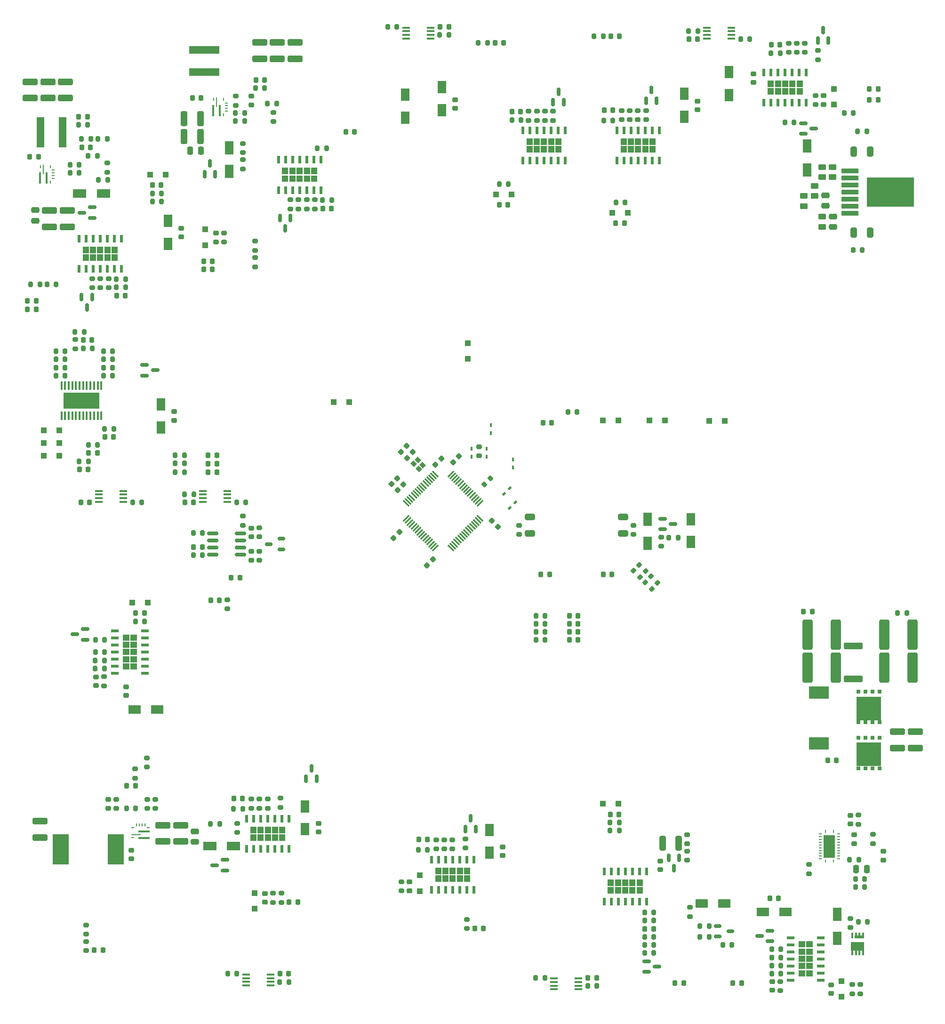
<source format=gbr>
%TF.GenerationSoftware,KiCad,Pcbnew,8.0.5*%
%TF.CreationDate,2025-01-18T20:32:25+01:00*%
%TF.ProjectId,FT25_PDU,46543235-5f50-4445-952e-6b696361645f,V1.2*%
%TF.SameCoordinates,Original*%
%TF.FileFunction,Paste,Top*%
%TF.FilePolarity,Positive*%
%FSLAX46Y46*%
G04 Gerber Fmt 4.6, Leading zero omitted, Abs format (unit mm)*
G04 Created by KiCad (PCBNEW 8.0.5) date 2025-01-18 20:32:25*
%MOMM*%
%LPD*%
G01*
G04 APERTURE LIST*
G04 Aperture macros list*
%AMRoundRect*
0 Rectangle with rounded corners*
0 $1 Rounding radius*
0 $2 $3 $4 $5 $6 $7 $8 $9 X,Y pos of 4 corners*
0 Add a 4 corners polygon primitive as box body*
4,1,4,$2,$3,$4,$5,$6,$7,$8,$9,$2,$3,0*
0 Add four circle primitives for the rounded corners*
1,1,$1+$1,$2,$3*
1,1,$1+$1,$4,$5*
1,1,$1+$1,$6,$7*
1,1,$1+$1,$8,$9*
0 Add four rect primitives between the rounded corners*
20,1,$1+$1,$2,$3,$4,$5,0*
20,1,$1+$1,$4,$5,$6,$7,0*
20,1,$1+$1,$6,$7,$8,$9,0*
20,1,$1+$1,$8,$9,$2,$3,0*%
%AMRotRect*
0 Rectangle, with rotation*
0 The origin of the aperture is its center*
0 $1 length*
0 $2 width*
0 $3 Rotation angle, in degrees counterclockwise*
0 Add horizontal line*
21,1,$1,$2,0,0,$3*%
G04 Aperture macros list end*
%ADD10C,0.000000*%
%ADD11RoundRect,0.200000X0.275000X-0.200000X0.275000X0.200000X-0.275000X0.200000X-0.275000X-0.200000X0*%
%ADD12RoundRect,0.200000X-0.275000X0.200000X-0.275000X-0.200000X0.275000X-0.200000X0.275000X0.200000X0*%
%ADD13RoundRect,0.250000X1.100000X-0.325000X1.100000X0.325000X-1.100000X0.325000X-1.100000X-0.325000X0*%
%ADD14R,0.507200X1.456100*%
%ADD15R,1.550000X2.200000*%
%ADD16RoundRect,0.200000X-0.200000X-0.275000X0.200000X-0.275000X0.200000X0.275000X-0.200000X0.275000X0*%
%ADD17RoundRect,0.150000X-0.150000X0.587500X-0.150000X-0.587500X0.150000X-0.587500X0.150000X0.587500X0*%
%ADD18RoundRect,0.150000X0.150000X-0.587500X0.150000X0.587500X-0.150000X0.587500X-0.150000X-0.587500X0*%
%ADD19RoundRect,0.250000X0.325000X1.100000X-0.325000X1.100000X-0.325000X-1.100000X0.325000X-1.100000X0*%
%ADD20RoundRect,0.218750X0.218750X0.256250X-0.218750X0.256250X-0.218750X-0.256250X0.218750X-0.256250X0*%
%ADD21R,0.420000X0.670000*%
%ADD22RoundRect,0.250000X0.300000X0.300000X-0.300000X0.300000X-0.300000X-0.300000X0.300000X-0.300000X0*%
%ADD23RoundRect,0.225000X-0.250000X0.225000X-0.250000X-0.225000X0.250000X-0.225000X0.250000X0.225000X0*%
%ADD24RoundRect,0.250000X-0.300000X0.300000X-0.300000X-0.300000X0.300000X-0.300000X0.300000X0.300000X0*%
%ADD25RoundRect,0.225000X0.225000X0.250000X-0.225000X0.250000X-0.225000X-0.250000X0.225000X-0.250000X0*%
%ADD26R,1.550000X2.350000*%
%ADD27RoundRect,0.250000X-0.650000X0.325000X-0.650000X-0.325000X0.650000X-0.325000X0.650000X0.325000X0*%
%ADD28RoundRect,0.225000X0.250000X-0.225000X0.250000X0.225000X-0.250000X0.225000X-0.250000X-0.225000X0*%
%ADD29RoundRect,0.225000X-0.225000X-0.250000X0.225000X-0.250000X0.225000X0.250000X-0.225000X0.250000X0*%
%ADD30RoundRect,0.200000X0.200000X0.275000X-0.200000X0.275000X-0.200000X-0.275000X0.200000X-0.275000X0*%
%ADD31R,2.200000X1.550000*%
%ADD32RoundRect,0.250000X-0.450000X0.262500X-0.450000X-0.262500X0.450000X-0.262500X0.450000X0.262500X0*%
%ADD33RoundRect,0.150000X0.587500X0.150000X-0.587500X0.150000X-0.587500X-0.150000X0.587500X-0.150000X0*%
%ADD34R,2.350000X1.550000*%
%ADD35RoundRect,0.150000X-0.587500X-0.150000X0.587500X-0.150000X0.587500X0.150000X-0.587500X0.150000X0*%
%ADD36RoundRect,0.150000X0.512500X0.150000X-0.512500X0.150000X-0.512500X-0.150000X0.512500X-0.150000X0*%
%ADD37RoundRect,0.250000X-0.475000X0.250000X-0.475000X-0.250000X0.475000X-0.250000X0.475000X0.250000X0*%
%ADD38RotRect,0.420000X0.670000X315.000000*%
%ADD39RoundRect,0.225000X0.017678X-0.335876X0.335876X-0.017678X-0.017678X0.335876X-0.335876X0.017678X0*%
%ADD40RoundRect,0.250000X0.450000X-0.262500X0.450000X0.262500X-0.450000X0.262500X-0.450000X-0.262500X0*%
%ADD41RoundRect,0.250000X-0.650000X-2.450000X0.650000X-2.450000X0.650000X2.450000X-0.650000X2.450000X0*%
%ADD42RoundRect,0.150000X-0.512500X-0.150000X0.512500X-0.150000X0.512500X0.150000X-0.512500X0.150000X0*%
%ADD43RoundRect,0.250000X0.300000X-0.300000X0.300000X0.300000X-0.300000X0.300000X-0.300000X-0.300000X0*%
%ADD44R,1.456100X0.507200*%
%ADD45RoundRect,0.250000X-0.325000X-0.650000X0.325000X-0.650000X0.325000X0.650000X-0.325000X0.650000X0*%
%ADD46R,0.600000X0.250000*%
%ADD47R,0.250000X0.600000*%
%ADD48R,0.250000X1.700000*%
%ADD49R,0.400000X2.100000*%
%ADD50RoundRect,0.200000X0.335876X0.053033X0.053033X0.335876X-0.335876X-0.053033X-0.053033X-0.335876X0*%
%ADD51RoundRect,0.250000X0.250000X0.475000X-0.250000X0.475000X-0.250000X-0.475000X0.250000X-0.475000X0*%
%ADD52R,1.475000X0.450000*%
%ADD53RoundRect,0.218750X-0.218750X-0.256250X0.218750X-0.256250X0.218750X0.256250X-0.218750X0.256250X0*%
%ADD54RoundRect,0.225000X-0.017678X0.335876X-0.335876X0.017678X0.017678X-0.335876X0.335876X-0.017678X0*%
%ADD55RoundRect,0.075000X-0.548008X0.441942X0.441942X-0.548008X0.548008X-0.441942X-0.441942X0.548008X0*%
%ADD56RoundRect,0.075000X-0.548008X-0.441942X-0.441942X-0.548008X0.548008X0.441942X0.441942X0.548008X0*%
%ADD57R,1.450000X5.500000*%
%ADD58R,0.381000X1.016000*%
%ADD59R,2.360000X1.522000*%
%ADD60R,1.701800X0.611400*%
%ADD61RoundRect,0.250000X-1.100000X0.325000X-1.100000X-0.325000X1.100000X-0.325000X1.100000X0.325000X0*%
%ADD62RoundRect,0.225000X0.335876X0.017678X0.017678X0.335876X-0.335876X-0.017678X-0.017678X-0.335876X0*%
%ADD63R,0.675000X0.750000*%
%ADD64R,0.675000X0.655000*%
%ADD65R,0.655000X0.675000*%
%ADD66R,4.510000X4.295000*%
%ADD67RoundRect,0.250000X1.425000X-0.362500X1.425000X0.362500X-1.425000X0.362500X-1.425000X-0.362500X0*%
%ADD68RotRect,0.875000X0.775000X135.000000*%
%ADD69RoundRect,0.250000X0.475000X-0.250000X0.475000X0.250000X-0.475000X0.250000X-0.475000X-0.250000X0*%
%ADD70R,0.450000X1.525000*%
%ADD71R,6.500000X2.870000*%
%ADD72RoundRect,0.250000X0.312500X1.075000X-0.312500X1.075000X-0.312500X-1.075000X0.312500X-1.075000X0*%
%ADD73R,2.900000X5.400000*%
%ADD74R,3.060000X0.890000*%
%ADD75R,8.540000X5.350000*%
%ADD76R,1.700000X0.250000*%
%ADD77R,2.100000X0.400000*%
%ADD78R,5.500000X1.450000*%
%ADD79R,3.600000X2.300000*%
%ADD80RoundRect,0.250000X-0.250000X-0.475000X0.250000X-0.475000X0.250000X0.475000X-0.250000X0.475000X0*%
%ADD81R,2.100000X4.100000*%
%ADD82RoundRect,0.150000X-0.825000X-0.150000X0.825000X-0.150000X0.825000X0.150000X-0.825000X0.150000X0*%
%ADD83RoundRect,0.225000X-0.335876X-0.017678X-0.017678X-0.335876X0.335876X0.017678X0.017678X0.335876X0*%
%ADD84RoundRect,0.250000X-0.300000X-0.300000X0.300000X-0.300000X0.300000X0.300000X-0.300000X0.300000X0*%
%ADD85RoundRect,0.250000X0.650000X2.450000X-0.650000X2.450000X-0.650000X-2.450000X0.650000X-2.450000X0*%
%ADD86RoundRect,0.200000X-0.053033X0.335876X-0.335876X0.053033X0.053033X-0.335876X0.335876X-0.053033X0*%
G04 APERTURE END LIST*
D10*
%TO.C,IC2*%
G36*
X160968280Y-83549799D02*
G01*
X159867800Y-83549799D01*
X159867800Y-82378199D01*
X160968280Y-82378199D01*
X160968280Y-83549799D01*
G37*
G36*
X160968280Y-84921399D02*
G01*
X159867800Y-84921399D01*
X159867800Y-83749799D01*
X160968280Y-83749799D01*
X160968280Y-84921399D01*
G37*
G36*
X162268760Y-83549799D02*
G01*
X161168280Y-83549799D01*
X161168280Y-82378199D01*
X162268760Y-82378199D01*
X162268760Y-83549799D01*
G37*
G36*
X162268760Y-84921399D02*
G01*
X161168280Y-84921399D01*
X161168280Y-83749799D01*
X162268760Y-83749799D01*
X162268760Y-84921399D01*
G37*
G36*
X163569240Y-83549799D02*
G01*
X162468760Y-83549799D01*
X162468760Y-82378199D01*
X163569240Y-82378199D01*
X163569240Y-83549799D01*
G37*
G36*
X163569240Y-84921399D02*
G01*
X162468760Y-84921399D01*
X162468760Y-83749799D01*
X163569240Y-83749799D01*
X163569240Y-84921399D01*
G37*
G36*
X164869720Y-83549799D02*
G01*
X163769240Y-83549799D01*
X163769240Y-82378199D01*
X164869720Y-82378199D01*
X164869720Y-83549799D01*
G37*
G36*
X164869720Y-84921399D02*
G01*
X163769240Y-84921399D01*
X163769240Y-83749799D01*
X164869720Y-83749799D01*
X164869720Y-84921399D01*
G37*
G36*
X166170200Y-83549799D02*
G01*
X165069720Y-83549799D01*
X165069720Y-82378199D01*
X166170200Y-82378199D01*
X166170200Y-83549799D01*
G37*
G36*
X166170200Y-84921399D02*
G01*
X165069720Y-84921399D01*
X165069720Y-83749799D01*
X166170200Y-83749799D01*
X166170200Y-84921399D01*
G37*
%TO.C,IC3*%
G36*
X221850280Y-78260200D02*
G01*
X220749800Y-78260200D01*
X220749800Y-77088600D01*
X221850280Y-77088600D01*
X221850280Y-78260200D01*
G37*
G36*
X221850280Y-79631800D02*
G01*
X220749800Y-79631800D01*
X220749800Y-78460200D01*
X221850280Y-78460200D01*
X221850280Y-79631800D01*
G37*
G36*
X223150760Y-78260200D02*
G01*
X222050280Y-78260200D01*
X222050280Y-77088600D01*
X223150760Y-77088600D01*
X223150760Y-78260200D01*
G37*
G36*
X223150760Y-79631800D02*
G01*
X222050280Y-79631800D01*
X222050280Y-78460200D01*
X223150760Y-78460200D01*
X223150760Y-79631800D01*
G37*
G36*
X224451240Y-78260200D02*
G01*
X223350760Y-78260200D01*
X223350760Y-77088600D01*
X224451240Y-77088600D01*
X224451240Y-78260200D01*
G37*
G36*
X224451240Y-79631800D02*
G01*
X223350760Y-79631800D01*
X223350760Y-78460200D01*
X224451240Y-78460200D01*
X224451240Y-79631800D01*
G37*
G36*
X225751720Y-78260200D02*
G01*
X224651240Y-78260200D01*
X224651240Y-77088600D01*
X225751720Y-77088600D01*
X225751720Y-78260200D01*
G37*
G36*
X225751720Y-79631800D02*
G01*
X224651240Y-79631800D01*
X224651240Y-78460200D01*
X225751720Y-78460200D01*
X225751720Y-79631800D01*
G37*
G36*
X227052200Y-78260200D02*
G01*
X225951720Y-78260200D01*
X225951720Y-77088600D01*
X227052200Y-77088600D01*
X227052200Y-78260200D01*
G37*
G36*
X227052200Y-79631800D02*
G01*
X225951720Y-79631800D01*
X225951720Y-78460200D01*
X227052200Y-78460200D01*
X227052200Y-79631800D01*
G37*
%TO.C,IC6*%
G36*
X155250280Y-202070200D02*
G01*
X154149800Y-202070200D01*
X154149800Y-200898600D01*
X155250280Y-200898600D01*
X155250280Y-202070200D01*
G37*
G36*
X155250280Y-203441800D02*
G01*
X154149800Y-203441800D01*
X154149800Y-202270200D01*
X155250280Y-202270200D01*
X155250280Y-203441800D01*
G37*
G36*
X156550760Y-202070200D02*
G01*
X155450280Y-202070200D01*
X155450280Y-200898600D01*
X156550760Y-200898600D01*
X156550760Y-202070200D01*
G37*
G36*
X156550760Y-203441800D02*
G01*
X155450280Y-203441800D01*
X155450280Y-202270200D01*
X156550760Y-202270200D01*
X156550760Y-203441800D01*
G37*
G36*
X157851240Y-202070200D02*
G01*
X156750760Y-202070200D01*
X156750760Y-200898600D01*
X157851240Y-200898600D01*
X157851240Y-202070200D01*
G37*
G36*
X157851240Y-203441800D02*
G01*
X156750760Y-203441800D01*
X156750760Y-202270200D01*
X157851240Y-202270200D01*
X157851240Y-203441800D01*
G37*
G36*
X159151720Y-202070200D02*
G01*
X158051240Y-202070200D01*
X158051240Y-200898600D01*
X159151720Y-200898600D01*
X159151720Y-202070200D01*
G37*
G36*
X159151720Y-203441800D02*
G01*
X158051240Y-203441800D01*
X158051240Y-202270200D01*
X159151720Y-202270200D01*
X159151720Y-203441800D01*
G37*
G36*
X160452200Y-202070200D02*
G01*
X159351720Y-202070200D01*
X159351720Y-200898600D01*
X160452200Y-200898600D01*
X160452200Y-202070200D01*
G37*
G36*
X160452200Y-203441800D02*
G01*
X159351720Y-203441800D01*
X159351720Y-202270200D01*
X160452200Y-202270200D01*
X160452200Y-203441800D01*
G37*
%TO.C,IC8*%
G36*
X132400201Y-167408280D02*
G01*
X131228601Y-167408280D01*
X131228601Y-166307800D01*
X132400201Y-166307800D01*
X132400201Y-167408280D01*
G37*
G36*
X132400201Y-168708760D02*
G01*
X131228601Y-168708760D01*
X131228601Y-167608280D01*
X132400201Y-167608280D01*
X132400201Y-168708760D01*
G37*
G36*
X132400201Y-170009240D02*
G01*
X131228601Y-170009240D01*
X131228601Y-168908760D01*
X132400201Y-168908760D01*
X132400201Y-170009240D01*
G37*
G36*
X132400201Y-171309720D02*
G01*
X131228601Y-171309720D01*
X131228601Y-170209240D01*
X132400201Y-170209240D01*
X132400201Y-171309720D01*
G37*
G36*
X132400201Y-172610200D02*
G01*
X131228601Y-172610200D01*
X131228601Y-171509720D01*
X132400201Y-171509720D01*
X132400201Y-172610200D01*
G37*
G36*
X133771801Y-167408280D02*
G01*
X132600201Y-167408280D01*
X132600201Y-166307800D01*
X133771801Y-166307800D01*
X133771801Y-167408280D01*
G37*
G36*
X133771801Y-168708760D02*
G01*
X132600201Y-168708760D01*
X132600201Y-167608280D01*
X133771801Y-167608280D01*
X133771801Y-168708760D01*
G37*
G36*
X133771801Y-170009240D02*
G01*
X132600201Y-170009240D01*
X132600201Y-168908760D01*
X133771801Y-168908760D01*
X133771801Y-170009240D01*
G37*
G36*
X133771801Y-171309720D02*
G01*
X132600201Y-171309720D01*
X132600201Y-170209240D01*
X133771801Y-170209240D01*
X133771801Y-171309720D01*
G37*
G36*
X133771801Y-172610200D02*
G01*
X132600201Y-172610200D01*
X132600201Y-171509720D01*
X133771801Y-171509720D01*
X133771801Y-172610200D01*
G37*
%TO.C,IC5*%
G36*
X188490280Y-209410201D02*
G01*
X187389800Y-209410201D01*
X187389800Y-208238601D01*
X188490280Y-208238601D01*
X188490280Y-209410201D01*
G37*
G36*
X188490280Y-210781801D02*
G01*
X187389800Y-210781801D01*
X187389800Y-209610201D01*
X188490280Y-209610201D01*
X188490280Y-210781801D01*
G37*
G36*
X189790760Y-209410201D02*
G01*
X188690280Y-209410201D01*
X188690280Y-208238601D01*
X189790760Y-208238601D01*
X189790760Y-209410201D01*
G37*
G36*
X189790760Y-210781801D02*
G01*
X188690280Y-210781801D01*
X188690280Y-209610201D01*
X189790760Y-209610201D01*
X189790760Y-210781801D01*
G37*
G36*
X191091240Y-209410201D02*
G01*
X189990760Y-209410201D01*
X189990760Y-208238601D01*
X191091240Y-208238601D01*
X191091240Y-209410201D01*
G37*
G36*
X191091240Y-210781801D02*
G01*
X189990760Y-210781801D01*
X189990760Y-209610201D01*
X191091240Y-209610201D01*
X191091240Y-210781801D01*
G37*
G36*
X192391720Y-209410201D02*
G01*
X191291240Y-209410201D01*
X191291240Y-208238601D01*
X192391720Y-208238601D01*
X192391720Y-209410201D01*
G37*
G36*
X192391720Y-210781801D02*
G01*
X191291240Y-210781801D01*
X191291240Y-209610201D01*
X192391720Y-209610201D01*
X192391720Y-210781801D01*
G37*
G36*
X193692200Y-209410201D02*
G01*
X192591720Y-209410201D01*
X192591720Y-208238601D01*
X193692200Y-208238601D01*
X193692200Y-209410201D01*
G37*
G36*
X193692200Y-210781801D02*
G01*
X192591720Y-210781801D01*
X192591720Y-209610201D01*
X193692200Y-209610201D01*
X193692200Y-210781801D01*
G37*
%TO.C,IC10*%
G36*
X219548281Y-211509799D02*
G01*
X218447801Y-211509799D01*
X218447801Y-210338199D01*
X219548281Y-210338199D01*
X219548281Y-211509799D01*
G37*
G36*
X219548281Y-212881399D02*
G01*
X218447801Y-212881399D01*
X218447801Y-211709799D01*
X219548281Y-211709799D01*
X219548281Y-212881399D01*
G37*
G36*
X220848761Y-211509799D02*
G01*
X219748281Y-211509799D01*
X219748281Y-210338199D01*
X220848761Y-210338199D01*
X220848761Y-211509799D01*
G37*
G36*
X220848761Y-212881399D02*
G01*
X219748281Y-212881399D01*
X219748281Y-211709799D01*
X220848761Y-211709799D01*
X220848761Y-212881399D01*
G37*
G36*
X222149241Y-211509799D02*
G01*
X221048761Y-211509799D01*
X221048761Y-210338199D01*
X222149241Y-210338199D01*
X222149241Y-211509799D01*
G37*
G36*
X222149241Y-212881399D02*
G01*
X221048761Y-212881399D01*
X221048761Y-211709799D01*
X222149241Y-211709799D01*
X222149241Y-212881399D01*
G37*
G36*
X223449721Y-211509799D02*
G01*
X222349241Y-211509799D01*
X222349241Y-210338199D01*
X223449721Y-210338199D01*
X223449721Y-211509799D01*
G37*
G36*
X223449721Y-212881399D02*
G01*
X222349241Y-212881399D01*
X222349241Y-211709799D01*
X223449721Y-211709799D01*
X223449721Y-212881399D01*
G37*
G36*
X224750201Y-211509799D02*
G01*
X223649721Y-211509799D01*
X223649721Y-210338199D01*
X224750201Y-210338199D01*
X224750201Y-211509799D01*
G37*
G36*
X224750201Y-212881399D02*
G01*
X223649721Y-212881399D01*
X223649721Y-211709799D01*
X224750201Y-211709799D01*
X224750201Y-212881399D01*
G37*
%TO.C,IC7*%
G36*
X125078280Y-97749799D02*
G01*
X123977800Y-97749799D01*
X123977800Y-96578199D01*
X125078280Y-96578199D01*
X125078280Y-97749799D01*
G37*
G36*
X125078280Y-99121399D02*
G01*
X123977800Y-99121399D01*
X123977800Y-97949799D01*
X125078280Y-97949799D01*
X125078280Y-99121399D01*
G37*
G36*
X126378760Y-97749799D02*
G01*
X125278280Y-97749799D01*
X125278280Y-96578199D01*
X126378760Y-96578199D01*
X126378760Y-97749799D01*
G37*
G36*
X126378760Y-99121399D02*
G01*
X125278280Y-99121399D01*
X125278280Y-97949799D01*
X126378760Y-97949799D01*
X126378760Y-99121399D01*
G37*
G36*
X127679240Y-97749799D02*
G01*
X126578760Y-97749799D01*
X126578760Y-96578199D01*
X127679240Y-96578199D01*
X127679240Y-97749799D01*
G37*
G36*
X127679240Y-99121399D02*
G01*
X126578760Y-99121399D01*
X126578760Y-97949799D01*
X127679240Y-97949799D01*
X127679240Y-99121399D01*
G37*
G36*
X128979720Y-97749799D02*
G01*
X127879240Y-97749799D01*
X127879240Y-96578199D01*
X128979720Y-96578199D01*
X128979720Y-97749799D01*
G37*
G36*
X128979720Y-99121399D02*
G01*
X127879240Y-99121399D01*
X127879240Y-97949799D01*
X128979720Y-97949799D01*
X128979720Y-99121399D01*
G37*
G36*
X130280200Y-97749799D02*
G01*
X129179720Y-97749799D01*
X129179720Y-96578199D01*
X130280200Y-96578199D01*
X130280200Y-97749799D01*
G37*
G36*
X130280200Y-99121399D02*
G01*
X129179720Y-99121399D01*
X129179720Y-97949799D01*
X130280200Y-97949799D01*
X130280200Y-99121399D01*
G37*
%TO.C,IC4*%
G36*
X248320280Y-67840200D02*
G01*
X247219800Y-67840200D01*
X247219800Y-66668600D01*
X248320280Y-66668600D01*
X248320280Y-67840200D01*
G37*
G36*
X248320280Y-69211800D02*
G01*
X247219800Y-69211800D01*
X247219800Y-68040200D01*
X248320280Y-68040200D01*
X248320280Y-69211800D01*
G37*
G36*
X249620760Y-67840200D02*
G01*
X248520280Y-67840200D01*
X248520280Y-66668600D01*
X249620760Y-66668600D01*
X249620760Y-67840200D01*
G37*
G36*
X249620760Y-69211800D02*
G01*
X248520280Y-69211800D01*
X248520280Y-68040200D01*
X249620760Y-68040200D01*
X249620760Y-69211800D01*
G37*
G36*
X250921240Y-67840200D02*
G01*
X249820760Y-67840200D01*
X249820760Y-66668600D01*
X250921240Y-66668600D01*
X250921240Y-67840200D01*
G37*
G36*
X250921240Y-69211800D02*
G01*
X249820760Y-69211800D01*
X249820760Y-68040200D01*
X250921240Y-68040200D01*
X250921240Y-69211800D01*
G37*
G36*
X252221720Y-67840200D02*
G01*
X251121240Y-67840200D01*
X251121240Y-66668600D01*
X252221720Y-66668600D01*
X252221720Y-67840200D01*
G37*
G36*
X252221720Y-69211800D02*
G01*
X251121240Y-69211800D01*
X251121240Y-68040200D01*
X252221720Y-68040200D01*
X252221720Y-69211800D01*
G37*
G36*
X253522200Y-67840200D02*
G01*
X252421720Y-67840200D01*
X252421720Y-66668600D01*
X253522200Y-66668600D01*
X253522200Y-67840200D01*
G37*
G36*
X253522200Y-69211800D02*
G01*
X252421720Y-69211800D01*
X252421720Y-68040200D01*
X253522200Y-68040200D01*
X253522200Y-69211800D01*
G37*
%TO.C,IC11*%
G36*
X204919420Y-78252542D02*
G01*
X203818940Y-78252542D01*
X203818940Y-77080942D01*
X204919420Y-77080942D01*
X204919420Y-78252542D01*
G37*
G36*
X204919420Y-79624142D02*
G01*
X203818940Y-79624142D01*
X203818940Y-78452542D01*
X204919420Y-78452542D01*
X204919420Y-79624142D01*
G37*
G36*
X206219900Y-78252542D02*
G01*
X205119420Y-78252542D01*
X205119420Y-77080942D01*
X206219900Y-77080942D01*
X206219900Y-78252542D01*
G37*
G36*
X206219900Y-79624142D02*
G01*
X205119420Y-79624142D01*
X205119420Y-78452542D01*
X206219900Y-78452542D01*
X206219900Y-79624142D01*
G37*
G36*
X207520380Y-78252542D02*
G01*
X206419900Y-78252542D01*
X206419900Y-77080942D01*
X207520380Y-77080942D01*
X207520380Y-78252542D01*
G37*
G36*
X207520380Y-79624142D02*
G01*
X206419900Y-79624142D01*
X206419900Y-78452542D01*
X207520380Y-78452542D01*
X207520380Y-79624142D01*
G37*
G36*
X208820860Y-78252542D02*
G01*
X207720380Y-78252542D01*
X207720380Y-77080942D01*
X208820860Y-77080942D01*
X208820860Y-78252542D01*
G37*
G36*
X208820860Y-79624142D02*
G01*
X207720380Y-79624142D01*
X207720380Y-78452542D01*
X208820860Y-78452542D01*
X208820860Y-79624142D01*
G37*
G36*
X210121340Y-78252542D02*
G01*
X209020860Y-78252542D01*
X209020860Y-77080942D01*
X210121340Y-77080942D01*
X210121340Y-78252542D01*
G37*
G36*
X210121340Y-79624142D02*
G01*
X209020860Y-79624142D01*
X209020860Y-78452542D01*
X210121340Y-78452542D01*
X210121340Y-79624142D01*
G37*
%TO.C,IC1*%
G36*
X253980201Y-222588280D02*
G01*
X252808601Y-222588280D01*
X252808601Y-221487800D01*
X253980201Y-221487800D01*
X253980201Y-222588280D01*
G37*
G36*
X253980201Y-223888760D02*
G01*
X252808601Y-223888760D01*
X252808601Y-222788280D01*
X253980201Y-222788280D01*
X253980201Y-223888760D01*
G37*
G36*
X253980201Y-225189240D02*
G01*
X252808601Y-225189240D01*
X252808601Y-224088760D01*
X253980201Y-224088760D01*
X253980201Y-225189240D01*
G37*
G36*
X253980201Y-226489720D02*
G01*
X252808601Y-226489720D01*
X252808601Y-225389240D01*
X253980201Y-225389240D01*
X253980201Y-226489720D01*
G37*
G36*
X253980201Y-227790200D02*
G01*
X252808601Y-227790200D01*
X252808601Y-226689720D01*
X253980201Y-226689720D01*
X253980201Y-227790200D01*
G37*
G36*
X255351801Y-222588280D02*
G01*
X254180201Y-222588280D01*
X254180201Y-221487800D01*
X255351801Y-221487800D01*
X255351801Y-222588280D01*
G37*
G36*
X255351801Y-223888760D02*
G01*
X254180201Y-223888760D01*
X254180201Y-222788280D01*
X255351801Y-222788280D01*
X255351801Y-223888760D01*
G37*
G36*
X255351801Y-225189240D02*
G01*
X254180201Y-225189240D01*
X254180201Y-224088760D01*
X255351801Y-224088760D01*
X255351801Y-225189240D01*
G37*
G36*
X255351801Y-226489720D02*
G01*
X254180201Y-226489720D01*
X254180201Y-225389240D01*
X255351801Y-225389240D01*
X255351801Y-226489720D01*
G37*
G36*
X255351801Y-227790200D02*
G01*
X254180201Y-227790200D01*
X254180201Y-226689720D01*
X255351801Y-226689720D01*
X255351801Y-227790200D01*
G37*
%TD*%
D11*
%TO.C,R38*%
X161375000Y-89780000D03*
X161375000Y-88130000D03*
%TD*%
D12*
%TO.C,R75*%
X128645000Y-102310000D03*
X128645000Y-103960000D03*
%TD*%
D13*
%TO.C,C87*%
X162225000Y-62750000D03*
X162225000Y-59800000D03*
%TD*%
D14*
%TO.C,IC2*%
X159209000Y-86371749D03*
X160479000Y-86371749D03*
X161749000Y-86371749D03*
X163019000Y-86371749D03*
X164289000Y-86371749D03*
X165559000Y-86371749D03*
X166829000Y-86371749D03*
X166829000Y-80927849D03*
X165559000Y-80927849D03*
X164289000Y-80927849D03*
X163019000Y-80927849D03*
X161749000Y-80927849D03*
X160479000Y-80927849D03*
X159209000Y-80927849D03*
%TD*%
D15*
%TO.C,D35*%
X139345000Y-91945000D03*
X139345000Y-96045000D03*
%TD*%
D16*
%TO.C,R171*%
X121730000Y-83275000D03*
X123380000Y-83275000D03*
%TD*%
D17*
%TO.C,D36*%
X125700000Y-105597500D03*
X123800000Y-105597500D03*
X124750000Y-107472500D03*
%TD*%
D18*
%TO.C,D32*%
X164190000Y-192252498D03*
X166090000Y-192252498D03*
X165140000Y-190377498D03*
%TD*%
D11*
%TO.C,R132*%
X135615001Y-197600000D03*
X135615001Y-195950000D03*
%TD*%
D16*
%TO.C,R157*%
X155090000Y-68065000D03*
X156740000Y-68065000D03*
%TD*%
D19*
%TO.C,C81*%
X145160000Y-76725000D03*
X142210000Y-76725000D03*
%TD*%
D12*
%TO.C,R128*%
X135545001Y-188490000D03*
X135545001Y-190140000D03*
%TD*%
D20*
%TO.C,D66*%
X267082500Y-70155000D03*
X265507500Y-70155000D03*
%TD*%
D16*
%TO.C,R172*%
X126760000Y-77225000D03*
X128410000Y-77225000D03*
%TD*%
D21*
%TO.C,D2*%
X193990000Y-132900000D03*
X193990000Y-134350000D03*
%TD*%
D22*
%TO.C,D70*%
X220339999Y-127854999D03*
X217540001Y-127854999D03*
%TD*%
D16*
%TO.C,R131*%
X146980000Y-200415000D03*
X148630000Y-200415000D03*
%TD*%
D12*
%TO.C,R92*%
X254645000Y-207690000D03*
X254645000Y-209340000D03*
%TD*%
D16*
%TO.C,R139*%
X263380001Y-75855000D03*
X265030001Y-75855000D03*
%TD*%
D23*
%TO.C,C37*%
X156795000Y-212900001D03*
X156795000Y-214450001D03*
%TD*%
D16*
%TO.C,R20*%
X119180477Y-118297452D03*
X120830477Y-118297452D03*
%TD*%
D13*
%TO.C,C67*%
X138414747Y-203538428D03*
X138414747Y-200588428D03*
%TD*%
D24*
%TO.C,D17*%
X146065000Y-93480000D03*
X146065000Y-96280000D03*
%TD*%
D25*
%TO.C,C35*%
X185980000Y-203145000D03*
X184430000Y-203145000D03*
%TD*%
D16*
%TO.C,R111*%
X225100000Y-220675000D03*
X226750000Y-220675000D03*
%TD*%
D11*
%TO.C,R151*%
X154995000Y-100190000D03*
X154995000Y-98540000D03*
%TD*%
D16*
%TO.C,R31*%
X247950000Y-222935000D03*
X249600000Y-222935000D03*
%TD*%
D20*
%TO.C,D7*%
X213122500Y-167295000D03*
X211547500Y-167295000D03*
%TD*%
D26*
%TO.C,D65*%
X254335000Y-82740000D03*
X254335000Y-78440000D03*
%TD*%
D27*
%TO.C,C60*%
X221205000Y-145200000D03*
X221205000Y-148150000D03*
%TD*%
D11*
%TO.C,R55*%
X251015000Y-61619999D03*
X251015000Y-59969999D03*
%TD*%
D25*
%TO.C,C59*%
X125210000Y-142575000D03*
X123660000Y-142575000D03*
%TD*%
D16*
%TO.C,R28*%
X188233000Y-58485000D03*
X189883000Y-58485000D03*
%TD*%
D28*
%TO.C,C36*%
X166425000Y-201809999D03*
X166425000Y-200259999D03*
%TD*%
D12*
%TO.C,R117*%
X202525000Y-146680000D03*
X202525000Y-148330000D03*
%TD*%
D29*
%TO.C,C40*%
X136560000Y-85505000D03*
X138110000Y-85505000D03*
%TD*%
D30*
%TO.C,R58*%
X249460001Y-61734999D03*
X247810001Y-61734999D03*
%TD*%
D14*
%TO.C,IC3*%
X227711000Y-75638250D03*
X226441000Y-75638250D03*
X225171000Y-75638250D03*
X223901000Y-75638250D03*
X222631000Y-75638250D03*
X221361000Y-75638250D03*
X220091000Y-75638250D03*
X220091000Y-81082150D03*
X221361000Y-81082150D03*
X222631000Y-81082150D03*
X223901000Y-81082150D03*
X225171000Y-81082150D03*
X226441000Y-81082150D03*
X227711000Y-81082150D03*
%TD*%
D15*
%TO.C,D15*%
X182037559Y-69250000D03*
X182037559Y-73350000D03*
%TD*%
D12*
%TO.C,R129*%
X133455000Y-190480000D03*
X133455000Y-192130000D03*
%TD*%
D30*
%TO.C,R34*%
X249600000Y-227315000D03*
X247950000Y-227315000D03*
%TD*%
D16*
%TO.C,R142*%
X123350000Y-135165000D03*
X125000000Y-135165000D03*
%TD*%
%TO.C,R159*%
X151470000Y-72545000D03*
X153120000Y-72545000D03*
%TD*%
D30*
%TO.C,R50*%
X221580000Y-88595000D03*
X219930000Y-88595000D03*
%TD*%
D31*
%TO.C,D11*%
X246345000Y-216165000D03*
X250445000Y-216165000D03*
%TD*%
D32*
%TO.C,R135*%
X258905000Y-82229354D03*
X258905000Y-84054354D03*
%TD*%
D21*
%TO.C,D6*%
X201440000Y-136320000D03*
X201440000Y-134870000D03*
%TD*%
D30*
%TO.C,R94*%
X264690000Y-211725000D03*
X263040000Y-211725000D03*
%TD*%
D16*
%TO.C,R80*%
X126280000Y-167245000D03*
X127930000Y-167245000D03*
%TD*%
%TO.C,R124*%
X195170001Y-59895000D03*
X196820001Y-59895000D03*
%TD*%
D29*
%TO.C,C58*%
X124113529Y-113339864D03*
X125663529Y-113339864D03*
%TD*%
D11*
%TO.C,R3*%
X152815001Y-146670000D03*
X152815001Y-145020000D03*
%TD*%
D30*
%TO.C,R22*%
X143967000Y-141115000D03*
X142317000Y-141115000D03*
%TD*%
%TO.C,R91*%
X264690000Y-210265000D03*
X263040000Y-210265000D03*
%TD*%
D12*
%TO.C,R40*%
X164295000Y-88130000D03*
X164295000Y-89780000D03*
%TD*%
D33*
%TO.C,D12*%
X247652500Y-221450000D03*
X247652500Y-219550000D03*
X245777500Y-220500000D03*
%TD*%
D22*
%TO.C,D77*%
X171929999Y-124525000D03*
X169130001Y-124525000D03*
%TD*%
D34*
%TO.C,D63*%
X146840000Y-204365000D03*
X151140000Y-204365000D03*
%TD*%
D11*
%TO.C,R133*%
X137075000Y-197600000D03*
X137075000Y-195950000D03*
%TD*%
D12*
%TO.C,R120*%
X208614140Y-72222341D03*
X208614140Y-73872341D03*
%TD*%
D11*
%TO.C,R67*%
X157265000Y-197550000D03*
X157265000Y-195900000D03*
%TD*%
D22*
%TO.C,D48*%
X119750000Y-131855000D03*
X116950000Y-131855000D03*
%TD*%
D16*
%TO.C,R16*%
X205530000Y-164375000D03*
X207180000Y-164375000D03*
%TD*%
D12*
%TO.C,R39*%
X162835000Y-88130000D03*
X162835000Y-89780000D03*
%TD*%
D16*
%TO.C,R14*%
X205530000Y-167295000D03*
X207180000Y-167295000D03*
%TD*%
D34*
%TO.C,D72*%
X123429999Y-87035000D03*
X127730001Y-87035000D03*
%TD*%
D29*
%TO.C,C70*%
X131930000Y-193525000D03*
X133480000Y-193525000D03*
%TD*%
D15*
%TO.C,D27*%
X197145000Y-201465001D03*
X197145000Y-205565001D03*
%TD*%
D12*
%TO.C,R35*%
X263865000Y-229250000D03*
X263865000Y-230900000D03*
%TD*%
D25*
%TO.C,C57*%
X226700000Y-219215000D03*
X225150000Y-219215000D03*
%TD*%
%TO.C,C79*%
X145280000Y-69785000D03*
X143730000Y-69785000D03*
%TD*%
D17*
%TO.C,D16*%
X161350000Y-91417499D03*
X159450000Y-91417499D03*
X160400000Y-93292499D03*
%TD*%
D35*
%TO.C,Q4*%
X253607500Y-74350000D03*
X253607500Y-76250000D03*
X255482500Y-75300000D03*
%TD*%
D36*
%TO.C,D1*%
X159722500Y-150999999D03*
X159722500Y-149100001D03*
X157447500Y-150050000D03*
%TD*%
D16*
%TO.C,R49*%
X215980000Y-58685000D03*
X217630000Y-58685000D03*
%TD*%
D29*
%TO.C,C45*%
X258040000Y-188985000D03*
X259590000Y-188985000D03*
%TD*%
D22*
%TO.C,D49*%
X119750000Y-134155000D03*
X116950000Y-134155000D03*
%TD*%
D20*
%TO.C,D54*%
X232142500Y-228995000D03*
X230567500Y-228995000D03*
%TD*%
D23*
%TO.C,C46*%
X262115000Y-198820000D03*
X262115000Y-200370000D03*
%TD*%
D29*
%TO.C,C95*%
X123850000Y-78685000D03*
X125400000Y-78685000D03*
%TD*%
D22*
%TO.C,D47*%
X119750000Y-129555000D03*
X116950000Y-129555000D03*
%TD*%
D30*
%TO.C,R83*%
X127910000Y-172475000D03*
X126260000Y-172475000D03*
%TD*%
D11*
%TO.C,R152*%
X158275000Y-74080000D03*
X158275000Y-72430000D03*
%TD*%
D37*
%TO.C,C94*%
X115465000Y-89995000D03*
X115465000Y-91895000D03*
%TD*%
D30*
%TO.C,R145*%
X129370000Y-118294999D03*
X127720000Y-118294999D03*
%TD*%
D11*
%TO.C,R170*%
X128414999Y-83170000D03*
X128414999Y-81520000D03*
%TD*%
D12*
%TO.C,R41*%
X165755000Y-88130000D03*
X165755000Y-89780000D03*
%TD*%
D38*
%TO.C,D4*%
X201864177Y-142573102D03*
X200838873Y-143598406D03*
%TD*%
D39*
%TO.C,C6*%
X179932703Y-148977800D03*
X181028719Y-147881784D03*
%TD*%
D12*
%TO.C,R116*%
X223115000Y-146670000D03*
X223115000Y-148320000D03*
%TD*%
D14*
%TO.C,IC6*%
X161111000Y-199448250D03*
X159841000Y-199448250D03*
X158571000Y-199448250D03*
X157301000Y-199448250D03*
X156031000Y-199448250D03*
X154761000Y-199448250D03*
X153491000Y-199448250D03*
X153491000Y-204892150D03*
X154761000Y-204892150D03*
X156031000Y-204892150D03*
X157301000Y-204892150D03*
X158571000Y-204892150D03*
X159841000Y-204892150D03*
X161111000Y-204892150D03*
%TD*%
D30*
%TO.C,R72*%
X152790000Y-197664999D03*
X151140000Y-197664999D03*
%TD*%
D23*
%TO.C,C44*%
X126365000Y-173930001D03*
X126365000Y-175480001D03*
%TD*%
D28*
%TO.C,C11*%
X154334999Y-152940001D03*
X154334999Y-151390001D03*
%TD*%
D30*
%TO.C,R113*%
X220520000Y-200105000D03*
X218870000Y-200105000D03*
%TD*%
D33*
%TO.C,D40*%
X124442500Y-167240001D03*
X124442500Y-165340001D03*
X122567499Y-166290001D03*
%TD*%
D16*
%TO.C,R143*%
X125000000Y-132235000D03*
X126650000Y-132235000D03*
%TD*%
%TO.C,R21*%
X151683000Y-142575000D03*
X153333000Y-142575000D03*
%TD*%
D39*
%TO.C,C4*%
X185942530Y-153892947D03*
X187038546Y-152796931D03*
%TD*%
D25*
%TO.C,C64*%
X202789140Y-72297341D03*
X201239140Y-72297341D03*
%TD*%
D30*
%TO.C,R168*%
X116270000Y-103335000D03*
X114620000Y-103335000D03*
%TD*%
D26*
%TO.C,D43*%
X259695000Y-216660000D03*
X259695000Y-220960000D03*
%TD*%
D28*
%TO.C,C39*%
X141745000Y-94790000D03*
X141745000Y-93240000D03*
%TD*%
D40*
%TO.C,R141*%
X253745000Y-89254356D03*
X253745000Y-87429356D03*
%TD*%
D20*
%TO.C,D58*%
X208012500Y-155475000D03*
X206437500Y-155475000D03*
%TD*%
D16*
%TO.C,R173*%
X124073528Y-114829864D03*
X125723528Y-114829864D03*
%TD*%
D41*
%TO.C,C52*%
X268185832Y-172259609D03*
X273285832Y-172259609D03*
%TD*%
D13*
%TO.C,C90*%
X117725000Y-69850000D03*
X117725000Y-66900000D03*
%TD*%
D16*
%TO.C,R97*%
X119180477Y-119757452D03*
X120830477Y-119757452D03*
%TD*%
%TO.C,R79*%
X130040000Y-102415000D03*
X131690000Y-102415000D03*
%TD*%
%TO.C,R112*%
X225100000Y-217755000D03*
X226750000Y-217755000D03*
%TD*%
D28*
%TO.C,C34*%
X182785000Y-212360000D03*
X182785000Y-210810000D03*
%TD*%
D30*
%TO.C,R125*%
X200580001Y-85285000D03*
X198930001Y-85285000D03*
%TD*%
D42*
%TO.C,Q6*%
X238267500Y-218740000D03*
X238267500Y-220640000D03*
X240542500Y-219690000D03*
%TD*%
D13*
%TO.C,C91*%
X120925000Y-69850000D03*
X120925000Y-66900000D03*
%TD*%
D16*
%TO.C,R108*%
X239160000Y-222125000D03*
X240810000Y-222125000D03*
%TD*%
D43*
%TO.C,D76*%
X193275000Y-116729999D03*
X193275000Y-113930001D03*
%TD*%
D35*
%TO.C,D52*%
X225427500Y-225080000D03*
X225427500Y-226980000D03*
X227302500Y-226030000D03*
%TD*%
D11*
%TO.C,R123*%
X204234140Y-73872341D03*
X204234140Y-72222341D03*
%TD*%
D12*
%TO.C,R156*%
X152795000Y-77990000D03*
X152795000Y-79640000D03*
%TD*%
D22*
%TO.C,D41*%
X135679999Y-160565000D03*
X132880001Y-160565000D03*
%TD*%
D16*
%TO.C,R78*%
X136510000Y-86975000D03*
X138160000Y-86975000D03*
%TD*%
D23*
%TO.C,C53*%
X268075000Y-205300000D03*
X268075000Y-206850000D03*
%TD*%
D25*
%TO.C,C24*%
X172865000Y-75872441D03*
X171315000Y-75872441D03*
%TD*%
D44*
%TO.C,IC8*%
X129778251Y-165649000D03*
X129778251Y-166919000D03*
X129778251Y-168189000D03*
X129778251Y-169459000D03*
X129778251Y-170729000D03*
X129778251Y-171999000D03*
X129778251Y-173269000D03*
X135222151Y-173269000D03*
X135222151Y-171999000D03*
X135222151Y-170729000D03*
X135222151Y-169459000D03*
X135222151Y-168189000D03*
X135222151Y-166919000D03*
X135222151Y-165649000D03*
%TD*%
D11*
%TO.C,R68*%
X155805000Y-197549999D03*
X155805000Y-195899999D03*
%TD*%
D33*
%TO.C,Q2*%
X149580700Y-208738000D03*
X149580700Y-206838000D03*
X147705700Y-207788000D03*
%TD*%
D12*
%TO.C,R5*%
X195325000Y-132530000D03*
X195325000Y-134180000D03*
%TD*%
D16*
%TO.C,R148*%
X140640000Y-134065000D03*
X142290000Y-134065000D03*
%TD*%
D11*
%TO.C,R57*%
X255825000Y-71009999D03*
X255825000Y-69359999D03*
%TD*%
D30*
%TO.C,R134*%
X133530000Y-197555000D03*
X131880000Y-197555000D03*
%TD*%
D12*
%TO.C,R2*%
X155795000Y-151340000D03*
X155795000Y-152990000D03*
%TD*%
D45*
%TO.C,C73*%
X262719999Y-79481855D03*
X265669999Y-79481855D03*
%TD*%
D27*
%TO.C,C61*%
X204425000Y-145200000D03*
X204425000Y-148150000D03*
%TD*%
D22*
%TO.C,D71*%
X228739999Y-127855001D03*
X225940001Y-127855001D03*
%TD*%
D30*
%TO.C,R51*%
X219389999Y-73854999D03*
X217739999Y-73854999D03*
%TD*%
%TO.C,R82*%
X127910000Y-170985000D03*
X126260000Y-170985000D03*
%TD*%
D12*
%TO.C,R66*%
X159574999Y-195729999D03*
X159574999Y-197379999D03*
%TD*%
D11*
%TO.C,R130*%
X130035000Y-197610000D03*
X130035000Y-195960000D03*
%TD*%
D28*
%TO.C,C33*%
X199555000Y-206030000D03*
X199555000Y-204480000D03*
%TD*%
D46*
%TO.C,IC17*%
X149810000Y-72209999D03*
X149810000Y-71709999D03*
X149810000Y-71209999D03*
X149810000Y-70709999D03*
D47*
X149340000Y-70059999D03*
D48*
X148040000Y-70609999D03*
D47*
X147540000Y-70059999D03*
D49*
X147460000Y-72109999D03*
X148620000Y-72109999D03*
D47*
X149340000Y-72859999D03*
%TD*%
D43*
%TO.C,D25*%
X259165000Y-71040000D03*
X259165000Y-68240000D03*
%TD*%
D13*
%TO.C,C68*%
X141614747Y-203538427D03*
X141614747Y-200588427D03*
%TD*%
D50*
%TO.C,R6*%
X224244576Y-155993363D03*
X223077850Y-154826637D03*
%TD*%
D20*
%TO.C,D38*%
X115632500Y-107795000D03*
X114057500Y-107795000D03*
%TD*%
D16*
%TO.C,R101*%
X132989999Y-142575000D03*
X134639999Y-142575000D03*
%TD*%
D20*
%TO.C,D22*%
X220552500Y-58685000D03*
X218977500Y-58685000D03*
%TD*%
D35*
%TO.C,Q3*%
X228297500Y-145483000D03*
X228297500Y-147383000D03*
X230172500Y-146433000D03*
%TD*%
D12*
%TO.C,R52*%
X256244999Y-61299999D03*
X256244999Y-62949999D03*
%TD*%
D30*
%TO.C,R30*%
X234657000Y-57815001D03*
X233007000Y-57815001D03*
%TD*%
D16*
%TO.C,R167*%
X123230000Y-74645000D03*
X124880000Y-74645000D03*
%TD*%
D51*
%TO.C,C83*%
X145245001Y-79315000D03*
X143345001Y-79315000D03*
%TD*%
D11*
%TO.C,R103*%
X232765000Y-206930000D03*
X232765000Y-205280000D03*
%TD*%
D30*
%TO.C,R126*%
X202849141Y-73797341D03*
X201199141Y-73797341D03*
%TD*%
D12*
%TO.C,R71*%
X158255000Y-212850001D03*
X158255000Y-214500001D03*
%TD*%
D52*
%TO.C,U3*%
X131337001Y-142430002D03*
X131337001Y-141780002D03*
X131337001Y-141130002D03*
X131337001Y-140480002D03*
X126913001Y-140480002D03*
X126913001Y-141130002D03*
X126913001Y-141780002D03*
X126913001Y-142430002D03*
%TD*%
D20*
%TO.C,D62*%
X199742501Y-59895000D03*
X198167501Y-59895000D03*
%TD*%
D31*
%TO.C,D51*%
X239445000Y-214674999D03*
X235345000Y-214674999D03*
%TD*%
D12*
%TO.C,R42*%
X149425000Y-94100000D03*
X149425000Y-95750000D03*
%TD*%
D50*
%TO.C,R4*%
X226339429Y-158095789D03*
X225172703Y-156929063D03*
%TD*%
D53*
%TO.C,D14*%
X240937500Y-229025000D03*
X242512500Y-229025000D03*
%TD*%
D54*
%TO.C,C3*%
X188530018Y-134654210D03*
X187434002Y-135750226D03*
%TD*%
D43*
%TO.C,D29*%
X184665000Y-212440001D03*
X184665000Y-209640001D03*
%TD*%
D55*
%TO.C,U2*%
X187473819Y-137425519D03*
X187120266Y-137779072D03*
X186766713Y-138132625D03*
X186413159Y-138486179D03*
X186059606Y-138839732D03*
X185706052Y-139193286D03*
X185352499Y-139546839D03*
X184998946Y-139900392D03*
X184645392Y-140253946D03*
X184291839Y-140607499D03*
X183938286Y-140961052D03*
X183584732Y-141314606D03*
X183231179Y-141668159D03*
X182877625Y-142021713D03*
X182524072Y-142375266D03*
X182170519Y-142728819D03*
D56*
X182170519Y-145451181D03*
X182524072Y-145804734D03*
X182877625Y-146158287D03*
X183231179Y-146511841D03*
X183584732Y-146865394D03*
X183938286Y-147218948D03*
X184291839Y-147572501D03*
X184645392Y-147926054D03*
X184998946Y-148279608D03*
X185352499Y-148633161D03*
X185706052Y-148986714D03*
X186059606Y-149340268D03*
X186413159Y-149693821D03*
X186766713Y-150047375D03*
X187120266Y-150400928D03*
X187473819Y-150754481D03*
D55*
X190196181Y-150754481D03*
X190549734Y-150400928D03*
X190903287Y-150047375D03*
X191256841Y-149693821D03*
X191610394Y-149340268D03*
X191963948Y-148986714D03*
X192317501Y-148633161D03*
X192671054Y-148279608D03*
X193024608Y-147926054D03*
X193378161Y-147572501D03*
X193731714Y-147218948D03*
X194085268Y-146865394D03*
X194438821Y-146511841D03*
X194792375Y-146158287D03*
X195145928Y-145804734D03*
X195499481Y-145451181D03*
D56*
X195499481Y-142728819D03*
X195145928Y-142375266D03*
X194792375Y-142021713D03*
X194438821Y-141668159D03*
X194085268Y-141314606D03*
X193731714Y-140961052D03*
X193378161Y-140607499D03*
X193024608Y-140253946D03*
X192671054Y-139900392D03*
X192317501Y-139546839D03*
X191963948Y-139193286D03*
X191610394Y-138839732D03*
X191256841Y-138486179D03*
X190903287Y-138132625D03*
X190549734Y-137779072D03*
X190196181Y-137425519D03*
%TD*%
D11*
%TO.C,R46*%
X223865000Y-73740000D03*
X223865000Y-72090000D03*
%TD*%
D12*
%TO.C,R160*%
X152795000Y-80950000D03*
X152795000Y-82600000D03*
%TD*%
%TO.C,R74*%
X127185000Y-102310000D03*
X127185000Y-103960000D03*
%TD*%
D13*
%TO.C,C66*%
X116314746Y-202788428D03*
X116314746Y-199838428D03*
%TD*%
D12*
%TO.C,R102*%
X233265000Y-215360000D03*
X233265000Y-217010000D03*
%TD*%
D13*
%TO.C,C97*%
X273785000Y-186720001D03*
X273785000Y-183769999D03*
%TD*%
D57*
%TO.C,L4*%
X116375000Y-76000000D03*
X120375000Y-76000000D03*
%TD*%
D25*
%TO.C,C16*%
X143917000Y-142575000D03*
X142367000Y-142575000D03*
%TD*%
D54*
%TO.C,C7*%
X191705582Y-134284210D03*
X190609566Y-135380226D03*
%TD*%
D16*
%TO.C,R43*%
X166210000Y-78875000D03*
X167860000Y-78875000D03*
%TD*%
D20*
%TO.C,D18*%
X147322500Y-100625000D03*
X145747500Y-100625000D03*
%TD*%
D29*
%TO.C,C96*%
X123280000Y-73185000D03*
X124830000Y-73185000D03*
%TD*%
D50*
%TO.C,R8*%
X227388363Y-157038363D03*
X226221637Y-155871637D03*
%TD*%
D30*
%TO.C,R155*%
X265170000Y-218014999D03*
X263520000Y-218014999D03*
%TD*%
D14*
%TO.C,IC5*%
X194351000Y-206788251D03*
X193081000Y-206788251D03*
X191811000Y-206788251D03*
X190541000Y-206788251D03*
X189271000Y-206788251D03*
X188001000Y-206788251D03*
X186731000Y-206788251D03*
X186731000Y-212232151D03*
X188001000Y-212232151D03*
X189271000Y-212232151D03*
X190541000Y-212232151D03*
X191811000Y-212232151D03*
X193081000Y-212232151D03*
X194351000Y-212232151D03*
%TD*%
D16*
%TO.C,R119*%
X211280000Y-126325000D03*
X212930000Y-126325000D03*
%TD*%
D58*
%TO.C,Q1*%
X264407599Y-220456400D03*
X263747199Y-220456400D03*
X263086799Y-220456400D03*
X262426399Y-220456400D03*
X262426399Y-223453600D03*
X263086799Y-223453600D03*
X263747199Y-223453600D03*
X264407599Y-223453600D03*
D59*
X263416999Y-222354000D03*
D60*
X263747199Y-220658700D03*
%TD*%
D11*
%TO.C,R73*%
X125715000Y-103960000D03*
X125715000Y-102310000D03*
%TD*%
D18*
%TO.C,D28*%
X192840000Y-201262499D03*
X194740000Y-201262499D03*
X193790000Y-199387499D03*
%TD*%
D61*
%TO.C,C93*%
X118045000Y-90070000D03*
X118045000Y-93020000D03*
%TD*%
D32*
%TO.C,R140*%
X255670000Y-85619998D03*
X255670000Y-87444998D03*
%TD*%
D11*
%TO.C,R100*%
X122678529Y-114902072D03*
X122678529Y-113252072D03*
%TD*%
D16*
%TO.C,R76*%
X130040000Y-103885000D03*
X131690000Y-103885000D03*
%TD*%
D62*
%TO.C,C14*%
X183363363Y-133514871D03*
X182267347Y-132418855D03*
%TD*%
D14*
%TO.C,IC10*%
X217789001Y-214331749D03*
X219059001Y-214331749D03*
X220329001Y-214331749D03*
X221599001Y-214331749D03*
X222869001Y-214331749D03*
X224139001Y-214331749D03*
X225409001Y-214331749D03*
X225409001Y-208887849D03*
X224139001Y-208887849D03*
X222869001Y-208887849D03*
X221599001Y-208887849D03*
X220329001Y-208887849D03*
X219059001Y-208887849D03*
X217789001Y-208887849D03*
%TD*%
D20*
%TO.C,D50*%
X148152500Y-137085000D03*
X146577500Y-137085000D03*
%TD*%
D16*
%TO.C,R106*%
X235050000Y-220665000D03*
X236700000Y-220665000D03*
%TD*%
D52*
%TO.C,U4*%
X150034000Y-142430000D03*
X150034000Y-141780000D03*
X150034000Y-141130000D03*
X150034000Y-140480000D03*
X145610000Y-140480000D03*
X145610000Y-141130000D03*
X145610000Y-141780000D03*
X145610000Y-142430000D03*
%TD*%
D12*
%TO.C,R86*%
X127845000Y-173890000D03*
X127845000Y-175540000D03*
%TD*%
D63*
%TO.C,IC16*%
X267338023Y-176607583D03*
X266068023Y-176607583D03*
X264798023Y-176607583D03*
X263528023Y-176607583D03*
D64*
X263517023Y-182117583D03*
D65*
X264798023Y-182117583D03*
X266068023Y-182117583D03*
X267353023Y-182117583D03*
D66*
X265433023Y-179647583D03*
%TD*%
D53*
%TO.C,D57*%
X217637500Y-155475000D03*
X219212500Y-155475000D03*
%TD*%
D67*
%TO.C,R87*%
X262595416Y-174322525D03*
X262595416Y-168397525D03*
%TD*%
D25*
%TO.C,C28*%
X221430000Y-92365000D03*
X219880000Y-92365000D03*
%TD*%
D16*
%TO.C,R77*%
X136510000Y-88435000D03*
X138160000Y-88435000D03*
%TD*%
D25*
%TO.C,C29*%
X219340000Y-71994999D03*
X217790000Y-71994999D03*
%TD*%
D68*
%TO.C,Y1*%
X184470919Y-136516102D03*
X183569358Y-135614541D03*
X184258787Y-134925112D03*
X185160348Y-135826673D03*
%TD*%
D11*
%TO.C,R84*%
X150035000Y-161710000D03*
X150035000Y-160060000D03*
%TD*%
D14*
%TO.C,IC7*%
X123319000Y-100571749D03*
X124589000Y-100571749D03*
X125859000Y-100571749D03*
X127129000Y-100571749D03*
X128399000Y-100571749D03*
X129669000Y-100571749D03*
X130939000Y-100571749D03*
X130939000Y-95127849D03*
X129669000Y-95127849D03*
X128399000Y-95127849D03*
X127129000Y-95127849D03*
X125859000Y-95127849D03*
X124589000Y-95127849D03*
X123319000Y-95127849D03*
%TD*%
D40*
%TO.C,R138*%
X257014999Y-93004357D03*
X257014999Y-91179357D03*
%TD*%
D16*
%TO.C,R166*%
X126845564Y-84568726D03*
X128495564Y-84568726D03*
%TD*%
D30*
%TO.C,R65*%
X186030000Y-205005000D03*
X184380000Y-205005000D03*
%TD*%
D25*
%TO.C,C10*%
X152270000Y-156105000D03*
X150720000Y-156105000D03*
%TD*%
D11*
%TO.C,R62*%
X187585000Y-204890000D03*
X187585000Y-203240000D03*
%TD*%
D26*
%TO.C,D56*%
X225600000Y-145585000D03*
X225600000Y-149885000D03*
%TD*%
D11*
%TO.C,R47*%
X222405000Y-73739999D03*
X222405000Y-72089999D03*
%TD*%
D41*
%TO.C,C51*%
X268185832Y-166359609D03*
X273285832Y-166359609D03*
%TD*%
D30*
%TO.C,R81*%
X127920000Y-169445000D03*
X126270000Y-169445000D03*
%TD*%
%TO.C,R85*%
X135110000Y-163955000D03*
X133460000Y-163955000D03*
%TD*%
D69*
%TO.C,C72*%
X258945001Y-93031855D03*
X258945001Y-91131855D03*
%TD*%
D12*
%TO.C,R1*%
X155774999Y-147110000D03*
X155774999Y-148760000D03*
%TD*%
D16*
%TO.C,R104*%
X235050000Y-218715000D03*
X236700000Y-218715000D03*
%TD*%
D11*
%TO.C,R149*%
X151825000Y-201920000D03*
X151825000Y-200270000D03*
%TD*%
D21*
%TO.C,D67*%
X196650000Y-132900000D03*
X196650000Y-134350000D03*
%TD*%
D29*
%TO.C,C19*%
X188302999Y-57025000D03*
X189852999Y-57025000D03*
%TD*%
D28*
%TO.C,C31*%
X257285000Y-70959999D03*
X257285000Y-69409999D03*
%TD*%
D18*
%TO.C,D20*%
X225350001Y-70282498D03*
X227250001Y-70282498D03*
X226300001Y-68407498D03*
%TD*%
D30*
%TO.C,R33*%
X249600001Y-225855000D03*
X247950001Y-225855000D03*
%TD*%
D23*
%TO.C,C25*%
X147955000Y-94140000D03*
X147955000Y-95690000D03*
%TD*%
D30*
%TO.C,R11*%
X145529999Y-148075000D03*
X143879999Y-148075000D03*
%TD*%
D20*
%TO.C,D34*%
X162712500Y-214424999D03*
X161137500Y-214424999D03*
%TD*%
%TO.C,D9*%
X213122500Y-164375001D03*
X211547500Y-164375001D03*
%TD*%
D69*
%TO.C,C69*%
X144194747Y-203613427D03*
X144194747Y-201713427D03*
%TD*%
D20*
%TO.C,D69*%
X148152500Y-134105000D03*
X146577500Y-134105000D03*
%TD*%
D30*
%TO.C,R99*%
X124253528Y-111867071D03*
X122603528Y-111867071D03*
%TD*%
D28*
%TO.C,C55*%
X227895000Y-208590000D03*
X227895000Y-207040000D03*
%TD*%
D35*
%TO.C,D46*%
X135147500Y-117830000D03*
X135147500Y-119730000D03*
X137022500Y-118780000D03*
%TD*%
D62*
%TO.C,C5*%
X198657505Y-146979013D03*
X197561489Y-145882997D03*
%TD*%
D15*
%TO.C,D23*%
X240275000Y-65195000D03*
X240275000Y-69295000D03*
%TD*%
D12*
%TO.C,R105*%
X232765000Y-202320000D03*
X232765000Y-203970000D03*
%TD*%
D30*
%TO.C,R13*%
X129370000Y-119755000D03*
X127720000Y-119755000D03*
%TD*%
D12*
%TO.C,R70*%
X159715000Y-212849999D03*
X159715000Y-214499999D03*
%TD*%
D19*
%TO.C,C82*%
X145159999Y-73525000D03*
X142209999Y-73525000D03*
%TD*%
D16*
%TO.C,R56*%
X260970000Y-72555000D03*
X262620000Y-72555000D03*
%TD*%
D11*
%TO.C,R54*%
X252475000Y-61619999D03*
X252475000Y-59969999D03*
%TD*%
D52*
%TO.C,U7*%
X182166001Y-57170000D03*
X182166001Y-57820000D03*
X182166001Y-58470000D03*
X182166001Y-59120000D03*
X186590001Y-59120000D03*
X186590001Y-58470000D03*
X186590001Y-57820000D03*
X186590001Y-57170000D03*
%TD*%
D15*
%TO.C,D59*%
X188607560Y-67900001D03*
X188607560Y-72000001D03*
%TD*%
D63*
%TO.C,IC15*%
X267338023Y-184837585D03*
X266068023Y-184837585D03*
X264798023Y-184837585D03*
X263528023Y-184837585D03*
D64*
X263517023Y-190347585D03*
D65*
X264798023Y-190347585D03*
X266068023Y-190347585D03*
X267353023Y-190347585D03*
D66*
X265433023Y-187877585D03*
%TD*%
D23*
%TO.C,C84*%
X154295000Y-69500000D03*
X154295000Y-71050000D03*
%TD*%
D11*
%TO.C,R122*%
X205694140Y-73872341D03*
X205694140Y-72222341D03*
%TD*%
D23*
%TO.C,C15*%
X140455000Y-126229999D03*
X140455000Y-127779999D03*
%TD*%
D29*
%TO.C,C78*%
X128000000Y-130775000D03*
X129550000Y-130775000D03*
%TD*%
D15*
%TO.C,D45*%
X138075000Y-129055001D03*
X138075000Y-124955001D03*
%TD*%
D28*
%TO.C,C27*%
X234595000Y-71929999D03*
X234595000Y-70379999D03*
%TD*%
D52*
%TO.C,U5*%
X208766000Y-228170000D03*
X208766000Y-228820000D03*
X208766000Y-229470000D03*
X208766000Y-230120000D03*
X213190000Y-230120000D03*
X213190000Y-229470000D03*
X213190000Y-228820000D03*
X213190000Y-228170000D03*
%TD*%
D25*
%TO.C,C41*%
X131640000Y-105345000D03*
X130090000Y-105345000D03*
%TD*%
D30*
%TO.C,R153*%
X158880000Y-70875000D03*
X157230000Y-70875000D03*
%TD*%
D70*
%TO.C,IC14*%
X127335000Y-121508000D03*
X126685000Y-121508000D03*
X126035000Y-121508000D03*
X125385000Y-121508000D03*
X124735000Y-121508000D03*
X124085000Y-121508000D03*
X123435000Y-121508000D03*
X122785000Y-121508000D03*
X122135000Y-121508000D03*
X121485000Y-121508000D03*
X120835000Y-121508000D03*
X120185000Y-121508000D03*
X120185000Y-126932000D03*
X120835000Y-126932000D03*
X121485000Y-126932000D03*
X122135000Y-126932000D03*
X122785000Y-126932000D03*
X123435000Y-126932000D03*
X124085000Y-126932000D03*
X124735000Y-126932000D03*
X125385000Y-126932000D03*
X126035000Y-126932000D03*
X126685000Y-126932000D03*
X127335000Y-126932000D03*
D71*
X123760000Y-124220000D03*
%TD*%
D14*
%TO.C,IC4*%
X254181000Y-65218250D03*
X252911000Y-65218250D03*
X251641000Y-65218250D03*
X250371000Y-65218250D03*
X249101000Y-65218250D03*
X247831000Y-65218250D03*
X246561000Y-65218250D03*
X246561000Y-70662150D03*
X247831000Y-70662150D03*
X249101000Y-70662150D03*
X250371000Y-70662150D03*
X251641000Y-70662150D03*
X252911000Y-70662150D03*
X254181000Y-70662150D03*
%TD*%
D25*
%TO.C,C63*%
X200490000Y-89064999D03*
X198940000Y-89064999D03*
%TD*%
D16*
%TO.C,R15*%
X205530000Y-165835000D03*
X207180000Y-165835000D03*
%TD*%
D29*
%TO.C,C26*%
X167200000Y-89705000D03*
X168750000Y-89705000D03*
%TD*%
D11*
%TO.C,R89*%
X263575000Y-200420002D03*
X263575000Y-198770002D03*
%TD*%
D16*
%TO.C,R161*%
X151470000Y-74005000D03*
X153120000Y-74005000D03*
%TD*%
D31*
%TO.C,D39*%
X133295000Y-179825000D03*
X137395000Y-179825000D03*
%TD*%
D52*
%TO.C,U6*%
X153366001Y-227470000D03*
X153366001Y-228120000D03*
X153366001Y-228770000D03*
X153366001Y-229420000D03*
X157790001Y-229420000D03*
X157790001Y-228770000D03*
X157790001Y-228120000D03*
X157790001Y-227470000D03*
%TD*%
D15*
%TO.C,D31*%
X164015000Y-197245000D03*
X164015000Y-201345000D03*
%TD*%
D30*
%TO.C,R18*%
X129370000Y-116835000D03*
X127720000Y-116835000D03*
%TD*%
D53*
%TO.C,D44*%
X253666789Y-162184290D03*
X255241791Y-162184290D03*
%TD*%
D16*
%TO.C,R44*%
X167140000Y-88205000D03*
X168790000Y-88205000D03*
%TD*%
D53*
%TO.C,D42*%
X147007498Y-160125000D03*
X148582500Y-160125000D03*
%TD*%
D11*
%TO.C,R60*%
X190505000Y-204890001D03*
X190505000Y-203240001D03*
%TD*%
%TO.C,R162*%
X151555000Y-71160000D03*
X151555000Y-69510000D03*
%TD*%
D18*
%TO.C,D24*%
X256270000Y-59492498D03*
X258170000Y-59492498D03*
X257220000Y-57617498D03*
%TD*%
D13*
%TO.C,C89*%
X114515000Y-69850000D03*
X114515000Y-66900000D03*
%TD*%
D26*
%TO.C,D74*%
X150340000Y-78760000D03*
X150340000Y-83060002D03*
%TD*%
D72*
%TO.C,R109*%
X231217500Y-203875000D03*
X228292500Y-203875000D03*
%TD*%
D11*
%TO.C,R61*%
X189045000Y-204890000D03*
X189045000Y-203240000D03*
%TD*%
D30*
%TO.C,R164*%
X126620000Y-80215000D03*
X124970000Y-80215000D03*
%TD*%
%TO.C,R107*%
X226750000Y-223595000D03*
X225100000Y-223595000D03*
%TD*%
D25*
%TO.C,C43*%
X135070000Y-162475000D03*
X133520000Y-162475000D03*
%TD*%
D16*
%TO.C,R110*%
X225100000Y-222135000D03*
X226750000Y-222135000D03*
%TD*%
D12*
%TO.C,R63*%
X193085000Y-217560001D03*
X193085000Y-219210001D03*
%TD*%
D52*
%TO.C,U8*%
X240723999Y-59130000D03*
X240723999Y-58480000D03*
X240723999Y-57830000D03*
X240723999Y-57180000D03*
X236299999Y-57180000D03*
X236299999Y-57830000D03*
X236299999Y-58480000D03*
X236299999Y-59130000D03*
%TD*%
D24*
%TO.C,D13*%
X260515001Y-228620000D03*
X260515001Y-231420000D03*
%TD*%
D30*
%TO.C,R23*%
X207117000Y-228025000D03*
X205467000Y-228025000D03*
%TD*%
D16*
%TO.C,R115*%
X225100000Y-216295000D03*
X226750000Y-216295000D03*
%TD*%
D62*
%TO.C,C13*%
X182323866Y-134545373D03*
X181227850Y-133449357D03*
%TD*%
D28*
%TO.C,C71*%
X128565000Y-197560000D03*
X128565000Y-196010000D03*
%TD*%
D16*
%TO.C,R144*%
X127950000Y-129315000D03*
X129600000Y-129315000D03*
%TD*%
D33*
%TO.C,Q8*%
X125712501Y-91400000D03*
X125712501Y-89500000D03*
X123837501Y-90450000D03*
%TD*%
D12*
%TO.C,R36*%
X262405000Y-229250000D03*
X262405000Y-230900000D03*
%TD*%
D16*
%TO.C,R24*%
X214833000Y-229485000D03*
X216483000Y-229485000D03*
%TD*%
%TO.C,R88*%
X270580000Y-162464999D03*
X272230000Y-162464999D03*
%TD*%
D73*
%TO.C,L3*%
X129916752Y-204938073D03*
X120016752Y-204938073D03*
%TD*%
D32*
%TO.C,R136*%
X257005000Y-82239354D03*
X257005000Y-84064354D03*
%TD*%
D46*
%TO.C,IC18*%
X118670000Y-84300000D03*
X118670000Y-83800000D03*
X118670000Y-83300000D03*
X118670000Y-82800000D03*
D47*
X118200000Y-82150000D03*
D48*
X116900000Y-82700000D03*
D47*
X116400000Y-82150000D03*
D49*
X116320000Y-84200000D03*
X117480000Y-84200000D03*
D47*
X118200000Y-84950000D03*
%TD*%
D13*
%TO.C,C86*%
X159024999Y-62750000D03*
X159024999Y-59800000D03*
%TD*%
D30*
%TO.C,R25*%
X151717000Y-227325001D03*
X150067000Y-227325001D03*
%TD*%
D23*
%TO.C,C42*%
X131785000Y-175730000D03*
X131785000Y-177280000D03*
%TD*%
D11*
%TO.C,R53*%
X253935000Y-61620000D03*
X253935000Y-59970000D03*
%TD*%
D25*
%TO.C,C38*%
X152740000Y-195804999D03*
X151190000Y-195804999D03*
%TD*%
D22*
%TO.C,D53*%
X220380000Y-196765000D03*
X217580000Y-196765000D03*
%TD*%
D23*
%TO.C,C22*%
X258615000Y-229300000D03*
X258615000Y-230850000D03*
%TD*%
D12*
%TO.C,R95*%
X266181213Y-202243408D03*
X266181213Y-203893408D03*
%TD*%
D13*
%TO.C,C47*%
X270579975Y-186720417D03*
X270579975Y-183770417D03*
%TD*%
D30*
%TO.C,R32*%
X249600000Y-224395000D03*
X247950000Y-224395000D03*
%TD*%
%TO.C,R98*%
X129370000Y-115375000D03*
X127720000Y-115375000D03*
%TD*%
D20*
%TO.C,D8*%
X213122500Y-165835000D03*
X211547500Y-165835000D03*
%TD*%
D74*
%TO.C,IC13*%
X262025000Y-82966854D03*
X262025000Y-84236854D03*
X262025000Y-85506854D03*
X262025000Y-86776854D03*
X262025000Y-88046854D03*
X262025000Y-89316854D03*
X262025000Y-90586854D03*
D75*
X269330000Y-86776854D03*
%TD*%
D18*
%TO.C,Q7*%
X145945000Y-83497500D03*
X147845000Y-83497500D03*
X146895000Y-81622500D03*
%TD*%
D11*
%TO.C,R121*%
X207154140Y-73872341D03*
X207154140Y-72222341D03*
%TD*%
D30*
%TO.C,R118*%
X231080000Y-148865001D03*
X229430000Y-148865001D03*
%TD*%
D18*
%TO.C,D60*%
X208639140Y-70584842D03*
X210539140Y-70584842D03*
X209589140Y-68709842D03*
%TD*%
D20*
%TO.C,D64*%
X127642500Y-223095000D03*
X126067500Y-223095000D03*
%TD*%
%TO.C,D75*%
X115632499Y-106335000D03*
X114057499Y-106335000D03*
%TD*%
D16*
%TO.C,R137*%
X262610000Y-97135000D03*
X264260000Y-97135000D03*
%TD*%
D23*
%TO.C,C23*%
X248025000Y-228750000D03*
X248025000Y-230300000D03*
%TD*%
D29*
%TO.C,C88*%
X114470000Y-80375000D03*
X116020000Y-80375000D03*
%TD*%
D11*
%TO.C,R69*%
X154345000Y-197549999D03*
X154345000Y-195899999D03*
%TD*%
D24*
%TO.C,D33*%
X154915000Y-212820000D03*
X154915000Y-215620000D03*
%TD*%
D47*
%TO.C,IC12*%
X135150252Y-200541572D03*
X134650252Y-200541572D03*
X134150252Y-200541572D03*
X133650252Y-200541572D03*
D46*
X133000252Y-201011572D03*
D76*
X133550252Y-202311572D03*
D46*
X133000252Y-202811572D03*
D77*
X135050252Y-202891572D03*
X135050252Y-201731572D03*
D46*
X135800252Y-201011572D03*
%TD*%
D78*
%TO.C,L2*%
X145900000Y-65195001D03*
X145900000Y-61194999D03*
%TD*%
D61*
%TO.C,C92*%
X121245000Y-90070000D03*
X121245000Y-93020000D03*
%TD*%
D14*
%TO.C,IC11*%
X210780140Y-75630592D03*
X209510140Y-75630592D03*
X208240140Y-75630592D03*
X206970140Y-75630592D03*
X205700140Y-75630592D03*
X204430140Y-75630592D03*
X203160140Y-75630592D03*
X203160140Y-81074492D03*
X204430140Y-81074492D03*
X205700140Y-81074492D03*
X206970140Y-81074492D03*
X208240140Y-81074492D03*
X209510140Y-81074492D03*
X210780140Y-81074492D03*
%TD*%
D79*
%TO.C,L1*%
X256443916Y-185911526D03*
X256443916Y-176711526D03*
%TD*%
D80*
%TO.C,C54*%
X263135000Y-208535000D03*
X265035000Y-208535000D03*
%TD*%
D25*
%TO.C,C1*%
X145480000Y-150555000D03*
X143930000Y-150555000D03*
%TD*%
D38*
%TO.C,D3*%
X200786188Y-139992391D03*
X199760884Y-141017695D03*
%TD*%
D25*
%TO.C,C32*%
X249410000Y-60274999D03*
X247860000Y-60274999D03*
%TD*%
D20*
%TO.C,D68*%
X148152501Y-135595000D03*
X146577501Y-135595000D03*
%TD*%
D12*
%TO.C,R127*%
X124635000Y-218550000D03*
X124635000Y-220200000D03*
%TD*%
D20*
%TO.C,D10*%
X213122500Y-162915000D03*
X211547500Y-162915000D03*
%TD*%
D69*
%TO.C,C75*%
X257630000Y-89230000D03*
X257630000Y-87330000D03*
%TD*%
D16*
%TO.C,R9*%
X143879999Y-152015000D03*
X145529999Y-152015000D03*
%TD*%
%TO.C,R146*%
X140640000Y-137145000D03*
X142290000Y-137145000D03*
%TD*%
D30*
%TO.C,R163*%
X119230000Y-103335000D03*
X117580000Y-103335000D03*
%TD*%
D28*
%TO.C,C30*%
X244685000Y-67059999D03*
X244685000Y-65509999D03*
%TD*%
%TO.C,C62*%
X190997559Y-71715001D03*
X190997559Y-70165001D03*
%TD*%
D21*
%TO.C,D5*%
X197435000Y-128655001D03*
X197435000Y-130104999D03*
%TD*%
D13*
%TO.C,C80*%
X155825000Y-62750000D03*
X155825000Y-59800000D03*
%TD*%
D22*
%TO.C,D61*%
X201150000Y-87174998D03*
X198350000Y-87174998D03*
%TD*%
D25*
%TO.C,C12*%
X208342721Y-128240564D03*
X206792721Y-128240564D03*
%TD*%
D47*
%TO.C,IC9*%
X259090000Y-207060000D03*
D46*
X259990000Y-206660000D03*
X259990000Y-206160000D03*
X259990000Y-205660000D03*
X259990000Y-205160000D03*
X259990000Y-204660000D03*
X259990000Y-204160000D03*
X259990000Y-203660000D03*
X259990000Y-203160000D03*
X259990000Y-202660000D03*
X259990000Y-202160000D03*
D47*
X259090000Y-201760000D03*
X257590000Y-201760000D03*
D46*
X256690000Y-202160000D03*
X256690000Y-202660000D03*
X256690000Y-203160000D03*
X256690000Y-203660000D03*
X256690000Y-204160000D03*
X256690000Y-204660000D03*
X256690000Y-205160000D03*
X256690000Y-205660000D03*
X256690000Y-206160000D03*
X256690000Y-206660000D03*
D47*
X257590000Y-207060000D03*
D81*
X258340000Y-204410000D03*
%TD*%
D11*
%TO.C,R48*%
X220945000Y-73739999D03*
X220945000Y-72089999D03*
%TD*%
D16*
%TO.C,R26*%
X159433000Y-228785000D03*
X161083000Y-228785000D03*
%TD*%
D12*
%TO.C,R45*%
X225324999Y-72089999D03*
X225324999Y-73739999D03*
%TD*%
D29*
%TO.C,C85*%
X155140000Y-66595000D03*
X156690000Y-66595000D03*
%TD*%
D11*
%TO.C,R90*%
X262135000Y-219030000D03*
X262135000Y-217380000D03*
%TD*%
D82*
%TO.C,U1*%
X147410000Y-148140000D03*
X147410000Y-149410000D03*
X147410000Y-150680000D03*
X147410000Y-151950000D03*
X152360000Y-151950000D03*
X152360000Y-150680000D03*
X152360000Y-149410000D03*
X152360000Y-148140000D03*
%TD*%
D29*
%TO.C,C76*%
X123400000Y-136625000D03*
X124950000Y-136625000D03*
%TD*%
D45*
%TO.C,C74*%
X262719999Y-94031855D03*
X265669999Y-94031855D03*
%TD*%
D44*
%TO.C,IC1*%
X251358251Y-220829000D03*
X251358251Y-222099000D03*
X251358251Y-223369000D03*
X251358251Y-224639000D03*
X251358251Y-225909000D03*
X251358251Y-227179000D03*
X251358251Y-228449000D03*
X256802151Y-228449000D03*
X256802151Y-227179000D03*
X256802151Y-225909000D03*
X256802151Y-224639000D03*
X256802151Y-223369000D03*
X256802151Y-222099000D03*
X256802151Y-220829000D03*
%TD*%
D12*
%TO.C,R59*%
X192814999Y-203070000D03*
X192814999Y-204720000D03*
%TD*%
D29*
%TO.C,C18*%
X159483000Y-227325000D03*
X161033000Y-227325000D03*
%TD*%
D11*
%TO.C,R64*%
X181325000Y-212410000D03*
X181325000Y-210760000D03*
%TD*%
D25*
%TO.C,C20*%
X234607000Y-59275001D03*
X233057000Y-59275001D03*
%TD*%
D16*
%TO.C,R96*%
X119180000Y-115365000D03*
X120830000Y-115365000D03*
%TD*%
D30*
%TO.C,R27*%
X180516999Y-57024999D03*
X178866999Y-57024999D03*
%TD*%
D83*
%TO.C,C9*%
X180572200Y-138221992D03*
X181668216Y-139318008D03*
%TD*%
D11*
%TO.C,R158*%
X154995000Y-97230000D03*
X154995000Y-95580000D03*
%TD*%
D12*
%TO.C,R12*%
X124635000Y-221510000D03*
X124635000Y-223160000D03*
%TD*%
D16*
%TO.C,R19*%
X119180000Y-116835000D03*
X120830000Y-116835000D03*
%TD*%
D30*
%TO.C,R114*%
X220520000Y-201564999D03*
X218870000Y-201564999D03*
%TD*%
D50*
%TO.C,R10*%
X225292652Y-154942150D03*
X224125926Y-153775424D03*
%TD*%
D84*
%TO.C,D37*%
X136160000Y-83615000D03*
X138960000Y-83615000D03*
%TD*%
D85*
%TO.C,C49*%
X259485000Y-172249610D03*
X254385000Y-172249610D03*
%TD*%
D12*
%TO.C,R154*%
X228045000Y-148790000D03*
X228045000Y-150440000D03*
%TD*%
D15*
%TO.C,D19*%
X232205000Y-69085000D03*
X232205000Y-73185000D03*
%TD*%
D86*
%TO.C,R7*%
X197374368Y-138192703D03*
X196207642Y-139359429D03*
%TD*%
D16*
%TO.C,R93*%
X261980000Y-206825000D03*
X263630000Y-206825000D03*
%TD*%
D15*
%TO.C,D55*%
X233405000Y-145580000D03*
X233405000Y-149680000D03*
%TD*%
D29*
%TO.C,C77*%
X125050000Y-133695000D03*
X126600000Y-133695000D03*
%TD*%
D25*
%TO.C,C56*%
X220470000Y-198645000D03*
X218920000Y-198645000D03*
%TD*%
D12*
%TO.C,R37*%
X249525000Y-228700000D03*
X249525000Y-230350000D03*
%TD*%
D16*
%TO.C,R147*%
X140640000Y-135555000D03*
X142290000Y-135555000D03*
%TD*%
%TO.C,R169*%
X121730000Y-81805000D03*
X123380000Y-81805000D03*
%TD*%
D29*
%TO.C,C17*%
X214883000Y-228025000D03*
X216433000Y-228025000D03*
%TD*%
D20*
%TO.C,D30*%
X196082500Y-219135000D03*
X194507500Y-219135000D03*
%TD*%
D17*
%TO.C,Q5*%
X231285000Y-206437501D03*
X229385000Y-206437501D03*
X230335000Y-208312501D03*
%TD*%
D16*
%TO.C,R29*%
X242373000Y-59275000D03*
X244023000Y-59275000D03*
%TD*%
%TO.C,R165*%
X123790000Y-77225000D03*
X125440000Y-77225000D03*
%TD*%
%TO.C,R17*%
X205530000Y-162915000D03*
X207180000Y-162915000D03*
%TD*%
D22*
%TO.C,D78*%
X239529999Y-127875000D03*
X236730001Y-127875000D03*
%TD*%
D23*
%TO.C,C65*%
X132705253Y-205091572D03*
X132705253Y-206641572D03*
%TD*%
D22*
%TO.C,D21*%
X222059999Y-90485000D03*
X219259999Y-90485000D03*
%TD*%
D85*
%TO.C,C50*%
X259485000Y-166349610D03*
X254385000Y-166349610D03*
%TD*%
D23*
%TO.C,C48*%
X262821213Y-202343408D03*
X262821213Y-203893408D03*
%TD*%
D83*
%TO.C,C8*%
X179531281Y-139265632D03*
X180627297Y-140361648D03*
%TD*%
D20*
%TO.C,D73*%
X147322500Y-99165000D03*
X145747500Y-99165000D03*
%TD*%
%TO.C,D26*%
X267092500Y-68194999D03*
X265517500Y-68194999D03*
%TD*%
D25*
%TO.C,C21*%
X249150000Y-213785000D03*
X247600000Y-213785000D03*
%TD*%
D30*
%TO.C,R150*%
X251960000Y-74195001D03*
X250310000Y-74195001D03*
%TD*%
D28*
%TO.C,C2*%
X154314999Y-148710000D03*
X154314999Y-147160000D03*
%TD*%
M02*

</source>
